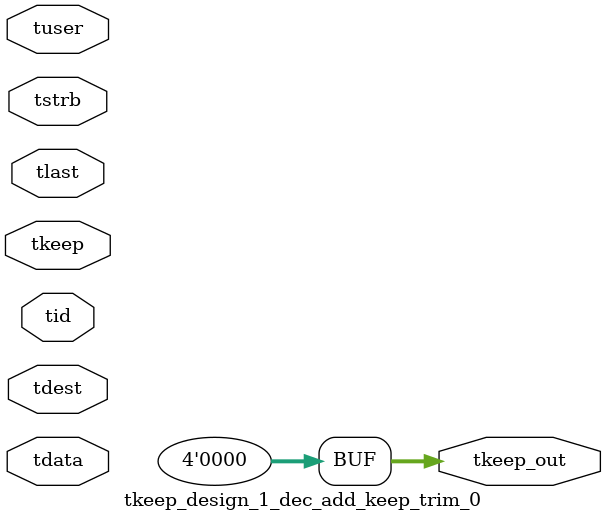
<source format=v>


`timescale 1ps/1ps

module tkeep_design_1_dec_add_keep_trim_0 #
(
parameter C_S_AXIS_TDATA_WIDTH = 32,
parameter C_S_AXIS_TUSER_WIDTH = 0,
parameter C_S_AXIS_TID_WIDTH   = 0,
parameter C_S_AXIS_TDEST_WIDTH = 0,
parameter C_M_AXIS_TDATA_WIDTH = 32
)
(
input  [(C_S_AXIS_TDATA_WIDTH == 0 ? 1 : C_S_AXIS_TDATA_WIDTH)-1:0     ] tdata,
input  [(C_S_AXIS_TUSER_WIDTH == 0 ? 1 : C_S_AXIS_TUSER_WIDTH)-1:0     ] tuser,
input  [(C_S_AXIS_TID_WIDTH   == 0 ? 1 : C_S_AXIS_TID_WIDTH)-1:0       ] tid,
input  [(C_S_AXIS_TDEST_WIDTH == 0 ? 1 : C_S_AXIS_TDEST_WIDTH)-1:0     ] tdest,
input  [(C_S_AXIS_TDATA_WIDTH/8)-1:0 ] tkeep,
input  [(C_S_AXIS_TDATA_WIDTH/8)-1:0 ] tstrb,
input                                                                    tlast,
output [(C_M_AXIS_TDATA_WIDTH/8)-1:0 ] tkeep_out
);

assign tkeep_out = {1'b0};

endmodule


</source>
